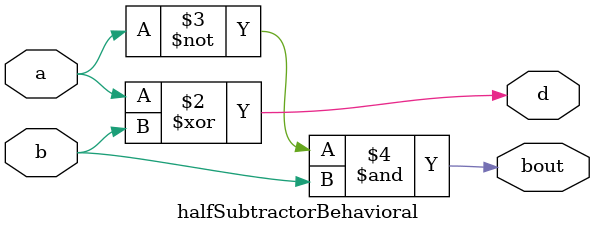
<source format=v>
module halfSubtractorBehavioral(d,bout,a,b);
  input a,b;
  output reg d,bout;
  always @ (*)
    begin
       d= a^b;
      bout = (~a) & b;
    end
endmodule
      
</source>
